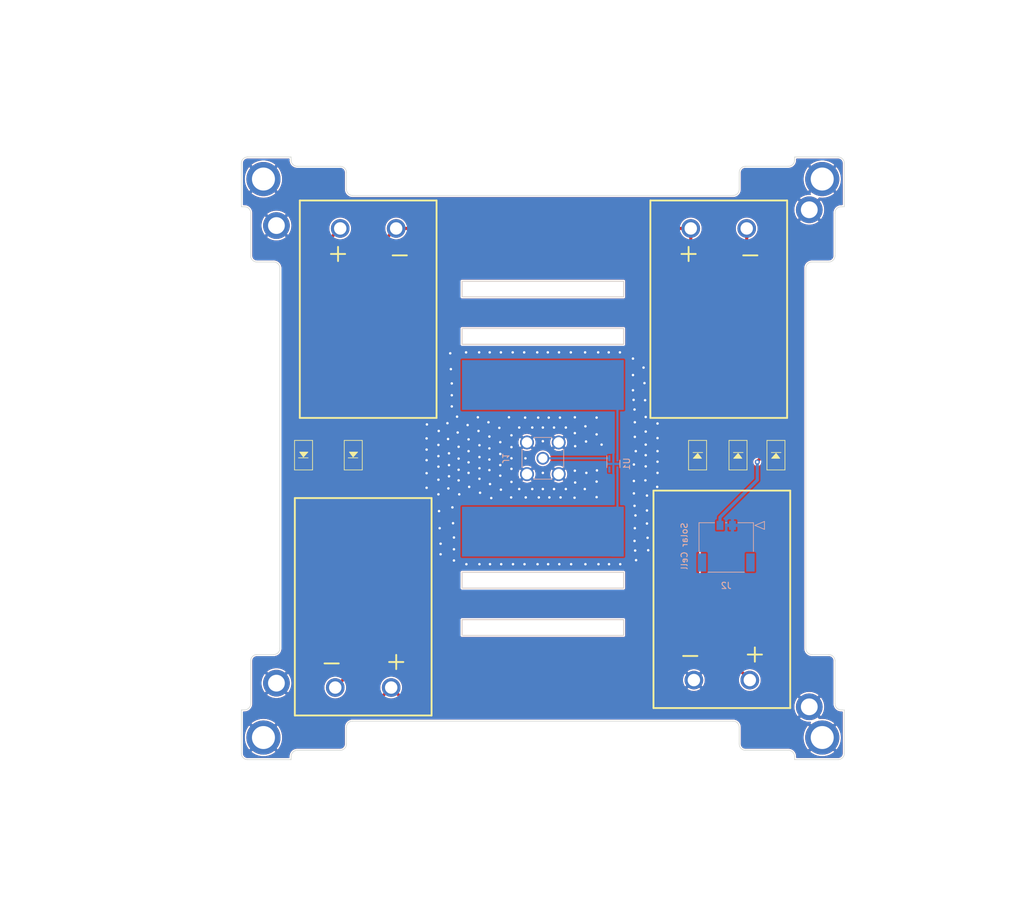
<source format=kicad_pcb>
(kicad_pcb (version 20211014) (generator pcbnew)
  (layers (0 "F.Cu" signal) (31 "B.Cu" signal) (34 "B.Paste" user) (35 "F.Paste" user) (36 "B.SilkS" user "B.Silkscreen") (37 "F.SilkS" user "F.Silkscreen") (38 "B.Mask" user) (39 "F.Mask" user) (44 "Edge.Cuts" user))
  (net 0 "")
  (net 2 "Net-(AE1-Pad1)")
  (net 3 "GND")
  (net 4 "Net-(AE1-Pad2)")
  (net 5 "Net-(J1-Pad1)")
  (net 6 "Net-(D1-Pad1)")
  (net 7 "Net-(D1-Pad2)")
  (net 8 "Net-(D2-Pad2)")
  (net 9 "Net-(D3-Pad2)")
  (net 10 "VSOLAR")
  (footprint "ISP:MountingHole_3.7mm_Pad_Modified" (layer "F.Cu") (at 163.45 143.45)
    (fp_text reference "H4")
    (fp_text value "MountingHole_Pad")
    (pad "1" thru_hole circle (at 0 0) (size 5.5 5.5) (drill 3.7) (layers *.Cu *.Mask) (net 3 "GND"))
  )
  (footprint "ISP:SM101K07TF" (layer "F.Cu") (at 89.1 122.4 -90)
    (fp_text reference "SC1")
    (fp_text value "SM101K07TF")
    (fp_text user "+" (at 8.89 -5.58 90) (layer "F.SilkS") (effects (font (size 3 3) (thickness 0.3))))
    (fp_text user "-" (at 8.89 4.58) (layer "F.SilkS") (effects (font (size 3 3) (thickness 0.3))))
    (fp_line (start -17.5 10.5) (end -17.5 -11.5) (layer "F.SilkS") (width 0.3))
    (fp_line (start 17.5 10.5) (end -17.5 10.5) (layer "F.SilkS") (width 0.3))
    (fp_line (start -17.5 -11.5) (end 17.5 -11.5) (layer "F.SilkS") (width 0.3))
    (fp_line (start 17.5 -11.5) (end 17.5 10.5) (layer "F.SilkS") (width 0.3))
    (pad "1" thru_hole circle (at 13 -5 270) (size 3 3) (drill 2) (layers *.Mask "F.Cu" "In1.Cu" "B.Cu") (net 6 "Net-(D1-Pad1)"))
    (pad "2" thru_hole circle (at 13 4 270) (size 3 3) (drill 2) (layers *.Mask "F.Cu" "In1.Cu" "B.Cu") (net 7 "Net-(D1-Pad2)"))
  )
  (footprint "ISP:SM101K07TF" (layer "F.Cu") (at 90.9 74.5 90)
    (fp_text reference "SC2")
    (fp_text value "SM101K07TF")
    (fp_text user "-" (at 8.89 4.58) (layer "F.SilkS") (effects (font (size 3 3) (thickness 0.3))))
    (fp_text user "+" (at 8.89 -5.58 90) (layer "F.SilkS") (effects (font (size 3 3) (thickness 0.3))))
    (fp_line (start 17.5 -11.5) (end 17.5 10.5) (layer "F.SilkS") (width 0.3))
    (fp_line (start -17.5 10.5) (end -17.5 -11.5) (layer "F.SilkS") (width 0.3))
    (fp_line (start -17.5 -11.5) (end 17.5 -11.5) (layer "F.SilkS") (width 0.3))
    (fp_line (start 17.5 10.5) (end -17.5 10.5) (layer "F.SilkS") (width 0.3))
    (pad "1" thru_hole circle (at 13 -5 90) (size 3 3) (drill 2) (layers *.Mask "F.Cu" "In1.Cu" "B.Cu") (net 7 "Net-(D1-Pad2)"))
    (pad "2" thru_hole circle (at 13 4 90) (size 3 3) (drill 2) (layers *.Mask "F.Cu" "In1.Cu" "B.Cu") (net 8 "Net-(D2-Pad2)"))
  )
  (footprint "ISP:SM101K07TF" (layer "F.Cu") (at 146.8 121.2 -90)
    (fp_text reference "SC4")
    (fp_text value "SM101K07TF")
    (fp_text user "+" (at 8.89 -5.58 90) (layer "F.SilkS") (effects (font (size 3 3) (thickness 0.3))))
    (fp_text user "-" (at 8.89 4.58) (layer "F.SilkS") (effects (font (size 3 3) (thickness 0.3))))
    (fp_line (start 17.5 -11.5) (end 17.5 10.5) (layer "F.SilkS") (width 0.3))
    (fp_line (start -17.5 10.5) (end -17.5 -11.5) (layer "F.SilkS") (width 0.3))
    (fp_line (start 17.5 10.5) (end -17.5 10.5) (layer "F.SilkS") (width 0.3))
    (fp_line (start -17.5 -11.5) (end 17.5 -11.5) (layer "F.SilkS") (width 0.3))
    (pad "1" thru_hole circle (at 13 -5 270) (size 3 3) (drill 2) (layers *.Mask "F.Cu" "In1.Cu" "B.Cu") (net 9 "Net-(D3-Pad2)"))
    (pad "2" thru_hole circle (at 13 4 270) (size 3 3) (drill 2) (layers *.Mask "F.Cu" "In1.Cu" "B.Cu") (net 3 "GND"))
  )
  (footprint "ISP:DO-214AC" (layer "F.Cu") (at 156 98 -90)
    (fp_text reference "D5")
    (fp_text value "CDBA240LL-HF")
    (fp_line (start 2.375 1.45) (end 2.375 -1.45) (layer "F.SilkS") (width 0.12))
    (fp_line (start -2.375 1.45) (end 2.375 1.45) (layer "F.SilkS") (width 0.12))
    (fp_line (start -2.375 -1.45) (end 2.375 -1.45) (layer "F.SilkS") (width 0.12))
    (fp_line (start -0.4318 -0.8128) (end -0.4318 0.7366) (layer "F.SilkS") (width 0.12))
    (fp_line (start -2.375 1.45) (end -2.375 -1.45) (layer "F.SilkS") (width 0.12))
    (fp_poly (pts (xy 0.508 0.7112) (xy -0.3048 -0.0254) (xy 0.508 -0.635)) (layer "F.SilkS") (width 0.1) (fill solid))
    (pad "1" smd rect (at -2 0 270) (size 2.5 1.7) (layers "F.Cu" "F.Paste" "F.Mask") (net 10 "VSOLAR"))
    (pad "2" smd rect (at 2 0 270) (size 2.5 1.7) (layers "F.Cu" "F.Paste" "F.Mask") (net 6 "Net-(D1-Pad1)"))
  )
  (footprint "ISP:DO-214AC" (layer "F.Cu") (at 149.9 98 -90)
    (fp_text reference "D4")
    (fp_text value "CDBA240LL-HF")
    (fp_line (start -0.4318 -0.8128) (end -0.4318 0.7366) (layer "F.SilkS") (width 0.12))
    (fp_line (start -2.375 1.45) (end -2.375 -1.45) (layer "F.SilkS") (width 0.12))
    (fp_line (start 2.375 1.45) (end 2.375 -1.45) (layer "F.SilkS") (width 0.12))
    (fp_line (start -2.375 1.45) (end 2.375 1.45) (layer "F.SilkS") (width 0.12))
    (fp_line (start -2.375 -1.45) (end 2.375 -1.45) (layer "F.SilkS") (width 0.12))
    (fp_poly (pts (xy 0.508 0.7112) (xy -0.3048 -0.0254) (xy 0.508 -0.635)) (layer "F.SilkS") (width 0.1) (fill solid))
    (pad "1" smd rect (at -2 0 270) (size 2.5 1.7) (layers "F.Cu" "F.Paste" "F.Mask") (net 9 "Net-(D3-Pad2)"))
    (pad "2" smd rect (at 2 0 270) (size 2.5 1.7) (layers "F.Cu" "F.Paste" "F.Mask") (net 3 "GND"))
  )
  (footprint "MountingHole:MountingHole_2.7mm_M2.5_DIN965_Pad" (layer "F.Cu") (at 161.364 58.495)
    (fp_text reference "H6")
    (fp_text value "MountingHole_Pad")
    (pad "1" thru_hole circle (at 0 0) (size 4.3 4.3) (drill 2.7) (layers *.Cu *.Mask) (net 3 "GND"))
  )
  (footprint "ISP:DO-214AC" (layer "F.Cu") (at 143.4 98 -90)
    (fp_text reference "D3")
    (fp_text value "CDBA240LL-HF")
    (fp_line (start -2.375 1.45) (end 2.375 1.45) (layer "F.SilkS") (width 0.12))
    (fp_line (start -2.375 1.45) (end -2.375 -1.45) (layer "F.SilkS") (width 0.12))
    (fp_line (start -0.4318 -0.8128) (end -0.4318 0.7366) (layer "F.SilkS") (width 0.12))
    (fp_line (start -2.375 -1.45) (end 2.375 -1.45) (layer "F.SilkS") (width 0.12))
    (fp_line (start 2.375 1.45) (end 2.375 -1.45) (layer "F.SilkS") (width 0.12))
    (fp_poly (pts (xy 0.508 0.7112) (xy -0.3048 -0.0254) (xy 0.508 -0.635)) (layer "F.SilkS") (width 0.1) (fill solid))
    (pad "1" smd rect (at -2 0 270) (size 2.5 1.7) (layers "F.Cu" "F.Paste" "F.Mask") (net 8 "Net-(D2-Pad2)"))
    (pad "2" smd rect (at 2 0 270) (size 2.5 1.7) (layers "F.Cu" "F.Paste" "F.Mask") (net 9 "Net-(D3-Pad2)"))
  )
  (footprint "ISP:DO-214AC" (layer "F.Cu") (at 88 98 90)
    (fp_text reference "D2")
    (fp_text value "CDBA240LL-HF")
    (fp_line (start -2.375 1.45) (end 2.375 1.45) (layer "F.SilkS") (width 0.12))
    (fp_line (start -0.4318 -0.8128) (end -0.4318 0.7366) (layer "F.SilkS") (width 0.12))
    (fp_line (start -2.375 1.45) (end -2.375 -1.45) (layer "F.SilkS") (width 0.12))
    (fp_line (start 2.375 1.45) (end 2.375 -1.45) (layer "F.SilkS") (width 0.12))
    (fp_line (start -2.375 -1.45) (end 2.375 -1.45) (layer "F.SilkS") (width 0.12))
    (fp_poly (pts (xy 0.508 0.7112) (xy -0.3048 -0.0254) (xy 0.508 -0.635)) (layer "F.SilkS") (width 0.1) (fill solid))
    (pad "1" smd rect (at -2 0 90) (size 2.5 1.7) (layers "F.Cu" "F.Paste" "F.Mask") (net 7 "Net-(D1-Pad2)"))
    (pad "2" smd rect (at 2 0 90) (size 2.5 1.7) (layers "F.Cu" "F.Paste" "F.Mask") (net 8 "Net-(D2-Pad2)"))
  )
  (footprint "ISP:MountingHole_3.7mm_Pad_Modified" (layer "F.Cu") (at 73.55 53.55)
    (fp_text reference "H1")
    (fp_text value "MountingHole_Pad")
    (pad "1" thru_hole circle (at 0 0) (size 5.5 5.5) (drill 3.7) (layers *.Cu *.Mask) (net 3 "GND"))
  )
  (footprint "MountingHole:MountingHole_2.7mm_M2.5_DIN965_Pad" (layer "F.Cu") (at 161.364 138.505)
    (fp_text reference "H8")
    (fp_text value "MountingHole_Pad")
    (pad "1" thru_hole circle (at 0 0) (size 4.3 4.3) (drill 2.7) (layers *.Cu *.Mask) (net 3 "GND"))
  )
  (footprint "MountingHole:MountingHole_2.7mm_M2.5_DIN965_Pad" (layer "F.Cu") (at 75.639 134.695)
    (fp_text reference "H7")
    (fp_text value "MountingHole_Pad")
    (pad "1" thru_hole circle (at 0 0) (size 4.3 4.3) (drill 2.7) (layers *.Cu *.Mask) (net 3 "GND"))
  )
  (footprint "MountingHole:MountingHole_2.7mm_M2.5_DIN965_Pad" (layer "F.Cu") (at 75.639 61.035)
    (fp_text reference "H5")
    (fp_text value "MountingHole_Pad")
    (pad "1" thru_hole circle (at 0 0) (size 4.3 4.3) (drill 2.7) (layers *.Cu *.Mask) (net 3 "GND"))
  )
  (footprint "ISP:MountingHole_3.7mm_Pad_Modified" (layer "F.Cu") (at 73.55 143.45)
    (fp_text reference "H3")
    (fp_text value "MountingHole_Pad")
    (pad "1" thru_hole circle (at 0 0) (size 5.5 5.5) (drill 3.7) (layers *.Cu *.Mask) (net 3 "GND"))
  )
  (footprint "ISP:DO-214AC" (layer "F.Cu") (at 80 98 90)
    (fp_text reference "D1")
    (fp_text value "CDBA240LL-HF")
    (fp_line (start -2.375 1.45) (end -2.375 -1.45) (layer "F.SilkS") (width 0.12))
    (fp_line (start -2.375 1.45) (end 2.375 1.45) (layer "F.SilkS") (width 0.12))
    (fp_line (start 2.375 1.45) (end 2.375 -1.45) (layer "F.SilkS") (width 0.12))
    (fp_line (start -2.375 -1.45) (end 2.375 -1.45) (layer "F.SilkS") (width 0.12))
    (fp_line (start -0.4318 -0.8128) (end -0.4318 0.7366) (layer "F.SilkS") (width 0.12))
    (fp_poly (pts (xy 0.508 0.7112) (xy -0.3048 -0.0254) (xy 0.508 -0.635)) (layer "F.SilkS") (width 0.1) (fill solid))
    (pad "1" smd rect (at -2 0 90) (size 2.5 1.7) (layers "F.Cu" "F.Paste" "F.Mask") (net 6 "Net-(D1-Pad1)"))
    (pad "2" smd rect (at 2 0 90) (size 2.5 1.7) (layers "F.Cu" "F.Paste" "F.Mask") (net 7 "Net-(D1-Pad2)"))
  )
  (footprint "ISP:MountingHole_3.7mm_Pad_Modified" (layer "F.Cu") (at 163.45 53.55)
    (fp_text reference "H2")
    (fp_text value "MountingHole_Pad")
    (pad "1" thru_hole circle (at 0 0) (size 5.5 5.5) (drill 3.7) (layers *.Cu *.Mask) (net 3 "GND"))
  )
  (footprint "ISP:SM101K07TF" (layer "F.Cu") (at 147.3 74.5 90)
    (fp_text reference "SC3")
    (fp_text value "SM101K07TF")
    (fp_text user "+" (at 8.89 -5.58 90) (layer "F.SilkS") (effects (font (size 3 3) (thickness 0.3))))
    (fp_text user "-" (at 8.89 4.58) (layer "F.SilkS") (effects (font (size 3 3) (thickness 0.3))))
    (fp_line (start -17.5 10.5) (end -17.5 -11.5) (layer "F.SilkS") (width 0.3))
    (fp_line (start -17.5 -11.5) (end 17.5 -11.5) (layer "F.SilkS") (width 0.3))
    (fp_line (start 17.5 10.5) (end -17.5 10.5) (layer "F.SilkS") (width 0.3))
    (fp_line (start 17.5 -11.5) (end 17.5 10.5) (layer "F.SilkS") (width 0.3))
    (pad "1" thru_hole circle (at 13 -5 90) (size 3 3) (drill 2) (layers *.Mask "F.Cu" "In1.Cu" "B.Cu") (net 8 "Net-(D2-Pad2)"))
    (pad "2" thru_hole circle (at 13 4 90) (size 3 3) (drill 2) (layers *.Mask "F.Cu" "In1.Cu" "B.Cu") (net 9 "Net-(D3-Pad2)"))
  )
  (footprint "ISP:SMA_Connector" (layer "B.Cu") (at 118.5 98.5 90)
    (fp_text reference "J1" (at 0 -6 270 unlocked) (layer "B.SilkS") (effects (justify mirror)))
    (fp_text value "SMA Connector Male")
    (fp_line (start 3.355 1.45) (end 3.355 -1.45) (layer "B.SilkS") (width 0.12))
    (fp_line (start -1.45 3.355) (end 1.45 3.355) (layer "B.SilkS") (width 0.12))
    (fp_line (start -3.355 1.45) (end -3.355 -1.45) (layer "B.SilkS") (width 0.12))
    (fp_line (start -1.45 -3.355) (end 1.45 -3.355) (layer "B.SilkS") (width 0.12))
    (pad "1" thru_hole circle (at 0 0 90) (size 2.05 2.05) (drill 1.5) (layers *.Mask "F.Cu" "In1.Cu" "B.Cu") (net 5 "Net-(J1-Pad1)"))
    (pad "2" thru_hole circle (at 2.55 -2.55 90) (size 2.25 2.25) (drill 1.7) (layers *.Cu *.Mask) (net 3 "GND"))
    (pad "2" thru_hole circle (at -2.55 2.55 90) (size 2.25 2.25) (drill 1.7) (layers *.Cu *.Mask) (net 3 "GND"))
    (pad "2" thru_hole circle (at -2.55 -2.55 90) (size 2.25 2.25) (drill 1.7) (layers *.Cu *.Mask) (net 3 "GND"))
    (pad "2" thru_hole circle (at 2.55 2.55 90) (size 2.25 2.25) (drill 1.7) (layers *.Cu *.Mask) (net 3 "GND"))
  )
  (footprint "ISP:Antenna_Pads" (layer "B.Cu") (at 118.5 98.5 -90)
    (fp_text reference "AE1")
    (fp_text value "Dipole_Antenna")
    (fp_line (start 18.35 -13) (end 20.89 -13) (layer "B.SilkS") (width 0.12))
    (fp_line (start 25.97 13) (end 25.97 -13) (layer "B.SilkS") (width 0.12))
    (fp_line (start -20.89 13) (end -20.89 -13) (layer "B.SilkS") (width 0.12))
    (fp_line (start 20.89 13) (end 20.89 -13) (layer "B.SilkS") (width 0.12))
    (fp_line (start 18.35 13) (end 18.35 -13) (layer "B.SilkS") (width 0.12))
    (fp_line (start -20.89 -13) (end -18.35 -13) (layer "B.SilkS") (width 0.12))
    (fp_line (start -18.35 13) (end -18.35 -13) (layer "B.SilkS") (width 0.12))
    (fp_line (start 25.97 -13) (end 28.51 -13) (layer "B.SilkS") (width 0.12))
    (fp_line (start 28.51 13) (end 28.51 -13) (layer "B.SilkS") (width 0.12))
    (fp_line (start -28.51 -13) (end -25.97 -13) (layer "B.SilkS") (width 0.12))
    (fp_line (start -25.97 13) (end -28.51 13) (layer "B.SilkS") (width 0.12))
    (fp_line (start -18.35 13) (end -20.89 13) (layer "B.SilkS") (width 0.12))
    (fp_line (start -28.51 13) (end -28.51 -13) (layer "B.SilkS") (width 0.12))
    (fp_line (start 20.89 13) (end 18.35 13) (layer "B.SilkS") (width 0.12))
    (fp_line (start -25.97 13) (end -25.97 -13) (layer "B.SilkS") (width 0.12))
    (fp_line (start 28.51 13) (end 26.01 13) (layer "B.SilkS") (width 0.12))
    (pad "1" smd rect (at -11.8 0 270) (size 8 26) (layers "B.Cu" "B.Paste" "B.Mask") (net 2 "Net-(AE1-Pad1)"))
    (pad "1" smd rect (at -11.8 -12 270) (size 8 2) (layers "B.Cu" "B.Paste" "B.Mask") (net 2 "Net-(AE1-Pad1)"))
    (pad "2" smd rect (at 11.8 0 270) (size 8 26) (layers "B.Cu" "B.Paste" "B.Mask") (net 4 "Net-(AE1-Pad2)"))
    (pad "2" smd rect (at 11.8 -12 270) (size 8 2) (layers "B.Cu" "B.Paste" "B.Mask") (net 4 "Net-(AE1-Pad2)"))
  )
  (footprint "ISP:pico_lock_2mm_2circuit" (layer "B.Cu") (at 149 109.3)
    (fp_text reference "J2" (at -0.999998 9.7) (layer "B.SilkS") (effects (justify mirror)))
    (fp_text value "Solar Cell" (at -7.728499 3.35 90) (layer "B.SilkS") (effects (justify mirror)))
    (fp_line (start -1.129961 -0.425) (end -0.87004 -0.425) (layer "B.SilkS") (width 0.12))
    (fp_line (start 3.374992 -0.425) (end 3.374992 4.20496) (layer "B.SilkS") (width 0.12))
    (fp_line (start 3.628992 0) (end 5.152992 0.635) (layer "B.SilkS") (width 0.12))
    (fp_line (start 1.915982 7.525) (end -3.915981 7.525) (layer "B.SilkS") (width 0.12))
    (fp_line (start -5.374991 -0.425) (end -2.870041 -0.425) (layer "B.SilkS") (width 0.12))
    (fp_line (start -5.374991 4.20496) (end -5.374991 -0.425) (layer "B.SilkS") (width 0.12))
    (fp_line (start 5.152992 -0.635) (end 3.628992 0) (layer "B.SilkS") (width 0.12))
    (fp_line (start 5.152992 0.635) (end 5.152992 -0.635) (layer "B.SilkS") (width 0.12))
    (fp_line (start 0.87004 -0.425) (end 3.374992 -0.425) (layer "B.SilkS") (width 0.12))
    (pad "1" smd rect (at 0 0) (size 1.1 1.45) (layers "B.Cu" "B.Paste" "B.Mask") (net 3 "GND"))
    (pad "2" smd rect (at -2.000001 0) (size 1.1 1.45) (layers "B.Cu" "B.Paste" "B.Mask") (net 10 "VSOLAR"))
    (pad "3" smd rect (at 2.894998 5.974999) (size 1.35 2.899999) (layers "B.Cu" "B.Paste" "B.Mask"))
    (pad "4" smd rect (at -4.894997 5.974999) (size 1.35 2.899999) (layers "B.Cu" "B.Paste" "B.Mask"))
  )
  (footprint "RF_Converter:Balun_Johanson_5400BL15B050E" (layer "B.Cu") (at 129.85 99.4 -90)
    (fp_text reference "U1" (at 0 -2.15 90) (layer "B.SilkS") (effects (justify mirror)))
    (fp_text value "HHM1589D1")
    (fp_line (start -1.3 1.05) (end 0.6 1.05) (layer "B.SilkS") (width 0.12))
    (fp_line (start -0.6 -1.05) (end 0.6 -1.05) (layer "B.SilkS") (width 0.12))
    (pad "1" smd rect (at -0.9 0.65 270) (size 1 0.35) (layers "B.Cu" "B.Paste" "B.Mask") (net 5 "Net-(J1-Pad1)") (clearance 0.2))
    (pad "2" smd rect (at -0.9 0 270) (size 1 0.35) (layers "B.Cu" "B.Paste" "B.Mask") (net 3 "GND"))
    (pad "3" smd rect (at -0.9 -0.65 270) (size 1 0.35) (layers "B.Cu" "B.Paste" "B.Mask") (net 2 "Net-(AE1-Pad1)") (clearance 0.2))
    (pad "4" smd rect (at 0.9 -0.65 270) (size 1 0.35) (layers "B.Cu" "B.Paste" "B.Mask") (net 4 "Net-(AE1-Pad2)") (clearance 0.2))
    (pad "5" smd rect (at 0.9 0 270) (size 1 0.35) (layers "B.Cu" "B.Paste" "B.Mask") (net 3 "GND"))
    (pad "6" smd rect (at 0.9 0.65 270) (size 1 0.35) (layers "B.Cu" "B.Paste" "B.Mask") (clearance 0.2))
  )
  (gr_arc (start 76.2 129.1) (mid 75.907107 129.807107) (end 75.2 130.1) (layer "Edge.Cuts") (width 0.1))
  (gr_arc (start 71.5 131.1) (mid 71.792893 130.392893) (end 72.5 130.1) (layer "Edge.Cuts") (width 0.1))
  (gr_arc (start 160.8 67.9) (mid 161.092893 67.192893) (end 161.8 66.9) (layer "Edge.Cuts") (width 0.1))
  (gr_line (start 167 58) (end 167 51) (layer "Edge.Cuts") (width 0.1))
  (gr_line (start 167 58) (end 166.5 58) (layer "Edge.Cuts") (width 0.1))
  (gr_arc (start 87.9 56.2) (mid 87.192893 55.907107) (end 86.9 55.2) (layer "Edge.Cuts") (width 0.1))
  (gr_line (start 159 50) (end 166 50) (layer "Edge.Cuts") (width 0.1))
  (gr_arc (start 166.5 139) (mid 165.792893 138.707107) (end 165.5 138) (layer "Edge.Cuts") (width 0.1))
  (gr_arc (start 71 147) (mid 70.292893 146.707107) (end 70 146) (layer "Edge.Cuts") (width 0.1))
  (gr_line (start 149.1 140.8) (end 87.9 140.8) (layer "Edge.Cuts") (width 0.1))
  (gr_arc (start 167 146) (mid 166.707107 146.707107) (end 166 147) (layer "Edge.Cuts") (width 0.1))
  (gr_arc (start 78 146.5) (mid 78.292893 145.792893) (end 79 145.5) (layer "Edge.Cuts") (width 0.1))
  (gr_arc (start 158 145.5) (mid 158.707107 145.792893) (end 159 146.5) (layer "Edge.Cuts") (width 0.1))
  (gr_line (start 70 139) (end 70 146) (layer "Edge.Cuts") (width 0.1))
  (gr_arc (start 164.5 130.1) (mid 165.207107 130.392893) (end 165.5 131.1) (layer "Edge.Cuts") (width 0.1))
  (gr_line (start 70.5 58) (end 70 58) (layer "Edge.Cuts") (width 0.1))
  (gr_line (start 150.1 141.8) (end 150.1 144.5) (layer "Edge.Cuts") (width 0.1))
  (gr_line (start 87.9 56.2) (end 149.1 56.2) (layer "Edge.Cuts") (width 0.1))
  (gr_arc (start 72.5 66.9) (mid 71.792893 66.607107) (end 71.5 65.9) (layer "Edge.Cuts") (width 0.1))
  (gr_line (start 78 147) (end 71 147) (layer "Edge.Cuts") (width 0.1))
  (gr_line (start 166 147) (end 159 147) (layer "Edge.Cuts") (width 0.1))
  (gr_line (start 166.5 139) (end 167 139) (layer "Edge.Cuts") (width 0.1))
  (gr_arc (start 159 50.5) (mid 158.707107 51.207107) (end 158 51.5) (layer "Edge.Cuts") (width 0.1))
  (gr_line (start 160.8 67.9) (end 160.8 129.1) (layer "Edge.Cuts") (width 0.1))
  (gr_line (start 85.9 145.5) (end 79 145.5) (layer "Edge.Cuts") (width 0.1))
  (gr_rect (start 105.499978 124.471193) (end 131.500022 127.010701) (layer "Edge.Cuts") (width 0.1) (fill none))
  (gr_line (start 75.2 130.1) (end 72.5 130.1) (layer "Edge.Cuts") (width 0.1))
  (gr_line (start 165.5 59) (end 165.5 65.9) (layer "Edge.Cuts") (width 0.1))
  (gr_line (start 150.1 55.2) (end 150.1 52.5) (layer "Edge.Cuts") (width 0.1))
  (gr_arc (start 150.1 55.2) (mid 149.807107 55.907107) (end 149.1 56.2) (layer "Edge.Cuts") (width 0.1))
  (gr_line (start 86.9 141.8) (end 86.9 144.5) (layer "Edge.Cuts") (width 0.1))
  (gr_rect (start 105.5 69.989778) (end 131.499999 72.527384) (layer "Edge.Cuts") (width 0.1) (fill none))
  (gr_line (start 158 145.5) (end 151.1 145.5) (layer "Edge.Cuts") (width 0.1))
  (gr_arc (start 86.9 141.8) (mid 87.192893 141.092893) (end 87.9 140.8) (layer "Edge.Cuts") (width 0.1))
  (gr_rect (start 105.499582 116.850365) (end 131.499626 119.389873) (layer "Edge.Cuts") (width 0.1) (fill none))
  (gr_line (start 75.2 66.9) (end 72.5 66.9) (layer "Edge.Cuts") (width 0.1))
  (gr_rect (start 105.5 80.15) (end 131.50113 77.611303) (layer "Edge.Cuts") (width 0.1) (fill none))
  (gr_arc (start 79 51.5) (mid 78.292893 51.207107) (end 78 50.5) (layer "Edge.Cuts") (width 0.1))
  (gr_line (start 161.8 130.1) (end 164.5 130.1) (layer "Edge.Cuts") (width 0.1))
  (gr_arc (start 166 50) (mid 166.707107 50.292893) (end 167 51) (layer "Edge.Cuts") (width 0.1))
  (gr_line (start 79 51.5) (end 85.9 51.5) (layer "Edge.Cuts") (width 0.1))
  (gr_line (start 71.5 131.1) (end 71.5 138) (layer "Edge.Cuts") (width 0.1))
  (gr_line (start 161.8 66.9) (end 164.5 66.9) (layer "Edge.Cuts") (width 0.1))
  (gr_line (start 159 50) (end 159 50.5) (layer "Edge.Cuts") (width 0.1))
  (gr_arc (start 86.9 144.5) (mid 86.607107 145.207107) (end 85.9 145.5) (layer "Edge.Cuts") (width 0.1))
  (gr_line (start 78 50.5) (end 78 50) (layer "Edge.Cuts") (width 0.1))
  (gr_line (start 70 139) (end 70.5 139) (layer "Edge.Cuts") (width 0.1))
  (gr_arc (start 70.5 58) (mid 71.207107 58.292893) (end 71.5 59) (layer "Edge.Cuts") (width 0.1))
  (gr_arc (start 161.8 130.1) (mid 161.092893 129.807107) (end 160.8 129.1) (layer "Edge.Cuts") (width 0.1))
  (gr_arc (start 165.5 59) (mid 165.792893 58.292893) (end 166.5 58) (layer "Edge.Cuts") (width 0.1))
  (gr_line (start 76.2 129.1) (end 76.2 67.9) (layer "Edge.Cuts") (width 0.1))
  (gr_line (start 86.9 55.2) (end 86.9 52.5) (layer "Edge.Cuts") (width 0.1))
  (gr_line (start 70 51) (end 70 58) (layer "Edge.Cuts") (width 0.1))
  (gr_line (start 158 51.5) (end 151.1 51.5) (layer "Edge.Cuts") (width 0.1))
  (gr_line (start 71.5 59) (end 71.5 65.9) (layer "Edge.Cuts") (width 0.1))
  (gr_arc (start 85.9 51.5) (mid 86.607107 51.792893) (end 86.9 52.5) (layer "Edge.Cuts") (width 0.1))
  (gr_arc (start 165.5 65.9) (mid 165.207107 66.607107) (end 164.5 66.9) (layer "Edge.Cuts") (width 0.1))
  (gr_arc (start 149.1 140.8) (mid 149.807107 141.092893) (end 150.1 141.8) (layer "Edge.Cuts") (width 0.1))
  (gr_line (start 159 146.5) (end 159 147) (layer "Edge.Cuts") (width 0.1))
  (gr_arc (start 71.5 138) (mid 71.207107 138.707107) (end 70.5 139) (layer "Edge.Cuts") (width 0.1))
  (gr_arc (start 151.1 145.5) (mid 150.392893 145.207107) (end 150.1 144.5) (layer "Edge.Cuts") (width 0.1))
  (gr_arc (start 150.1 52.5) (mid 150.392893 51.792893) (end 151.1 51.5) (layer "Edge.Cuts") (width 0.1))
  (gr_line (start 165.5 131.1) (end 165.5 138) (layer "Edge.Cuts") (width 0.1))
  (gr_arc (start 70 51) (mid 70.292893 50.292893) (end 71 50) (layer "Edge.Cuts") (width 0.1))
  (gr_line (start 78 50) (end 71 50) (layer "Edge.Cuts") (width 0.1))
  (gr_line (start 167 139) (end 167 146) (layer "Edge.Cuts") (width 0.1))
  (gr_arc (start 75.2 66.9) (mid 75.907107 67.192893) (end 76.2 67.9) (layer "Edge.Cuts") (width 0.1))
  (gr_line (start 78 147) (end 78 146.5) (layer "Edge.Cuts") (width 0.1))
  (segment (start 130.5 86.7) (end 130.5 98.5) (width 0.35) (layer "B.Cu") (net 2))
  (via (at 136.95 95.25) (size 0.8) (drill 0.4) (layers "F.Cu" "B.Cu") (net 3))
  (via (at 127.95 96.3) (size 0.8) (drill 0.4) (layers "F.Cu" "B.Cu") (net 3))
  (via (at 127.15 91.95) (size 0.8) (drill 0.4) (layers "F.Cu" "B.Cu") (net 3))
  (via (at 119.3 81.45) (size 0.8) (drill 0.4) (layers "F.Cu" "B.Cu") (net 3))
  (via (at 104.05 108.95) (size 0.8) (drill 0.4) (layers "F.Cu" "B.Cu") (net 3))
  (via (at 133.15 102.15) (size 0.8) (drill 0.4) (layers "F.Cu" "B.Cu") (net 3))
  (via (at 129.1 81.45) (size 0.8) (drill 0.4) (layers "F.Cu" "B.Cu") (net 3))
  (via (at 125.35 93.35) (size 0.8) (drill 0.4) (layers "F.Cu" "B.Cu") (net 3))
  (via (at 133.3 95.05) (size 0.8) (drill 0.4) (layers "F.Cu" "B.Cu") (net 3))
  (via (at 102.05 113.95) (size 0.8) (drill 0.4) (layers "F.Cu" "B.Cu") (net 3))
  (via (at 101.7 104.3) (size 0.8) (drill 0.4) (layers "F.Cu" "B.Cu") (net 3))
  (via (at 127.2 100.45) (size 0.8) (drill 0.4) (layers "F.Cu" "B.Cu") (net 3))
  (via (at 111.65 99.6) (size 0.8) (drill 0.4) (layers "F.Cu" "B.Cu") (net 3))
  (via (at 123.65 100.5) (size 0.8) (drill 0.4) (layers "F.Cu" "B.Cu") (net 3))
  (via (at 133.45 97.35) (size 0.8) (drill 0.4) (layers "F.Cu" "B.Cu") (net 3))
  (via (at 110 115.55) (size 0.8) (drill 0.4) (layers "F.Cu" "B.Cu") (net 3))
  (via (at 135.25 106.9) (size 0.8) (drill 0.4) (layers "F.Cu" "B.Cu") (net 3))
  (via (at 115.65 91.95) (size 0.8) (drill 0.4) (layers "F.Cu" "B.Cu") (net 3))
  (via (at 113.7 115.55) (size 0.8) (drill 0.4) (layers "F.Cu" "B.Cu") (net 3))
  (via (at 104.95 100.35) (size 0.8) (drill 0.4) (layers "F.Cu" "B.Cu") (net 3))
  (via (at 104.95 96.65) (size 0.8) (drill 0.4) (layers "F.Cu" "B.Cu") (net 3))
  (via (at 104.2 114.95) (size 0.8) (drill 0.4) (layers "F.Cu" "B.Cu") (net 3))
  (via (at 108.05 91.9) (size 0.8) (drill 0.4) (layers "F.Cu" "B.Cu") (net 3))
  (via (at 108.3 98.3) (size 0.8) (drill 0.4) (layers "F.Cu" "B.Cu") (net 3))
  (via (at 103.85 86.45) (size 0.8) (drill 0.4) (layers "F.Cu" "B.Cu") (net 3))
  (via (at 120.3 93.55) (size 0.8) (drill 0.4) (layers "F.Cu" "B.Cu") (net 3))
  (via (at 113.45 102.3) (size 0.8) (drill 0.4) (layers "F.Cu" "B.Cu") (net 3))
  (via (at 113.45 98.5) (size 0.8) (drill 0.4) (layers "F.Cu" "B.Cu") (net 3))
  (via (at 108.3 101.8) (size 0.8) (drill 0.4) (layers "F.Cu" "B.Cu") (net 3))
  (via (at 103.95 106.4) (size 0.8) (drill 0.4) (layers "F.Cu" "B.Cu") (net 3))
  (via (at 133.3 109.75) (size 0.8) (drill 0.4) (layers "F.Cu" "B.Cu") (net 3))
  (via (at 133.35 113.35) (size 0.8) (drill 0.4) (layers "F.Cu" "B.Cu") (net 3))
  (via (at 119.45 91.95) (size 0.8) (drill 0.4) (layers "F.Cu" "B.Cu") (net 3))
  (via (at 127.45 115.55) (size 0.8) (drill 0.4) (layers "F.Cu" "B.Cu") (net 3))
  (via (at 121.15 115.55) (size 0.8) (drill 0.4) (layers "F.Cu" "B.Cu") (net 3))
  (via (at 117.75 91.95) (size 0.8) (drill 0.4) (layers "F.Cu" "B.Cu") (net 3))
  (via (at 108.15 94.1) (size 0.8) (drill 0.4) (layers "F.Cu" "B.Cu") (net 3))
  (via (at 133 87.55) (size 0.8) (drill 0.4) (layers "F.Cu" "B.Cu") (net 3))
  (via (at 136.9 103.1) (size 0.8) (drill 0.4) (layers "F.Cu" "B.Cu") (net 3))
  (via (at 108.4 104.05) (size 0.8) (drill 0.4) (layers "F.Cu" "B.Cu") (net 3))
  (via (at 106.65 103.1) (size 0.8) (drill 0.4) (layers "F.Cu" "B.Cu") (net 3))
  (via (at 114.7 103.45) (size 0.8) (drill 0.4) (layers "F.Cu" "B.Cu") (net 3))
  (via (at 104.8 94.35) (size 0.8) (drill 0.4) (layers "F.Cu" "B.Cu") (net 3))
  (via (at 117.65 115.55) (size 0.8) (drill 0.4) (layers "F.Cu" "B.Cu") (net 3))
  (via (at 123.7 96.55) (size 0.8) (drill 0.4) (layers "F.Cu" "B.Cu") (net 3))
  (via (at 104.95 102.05) (size 0.8) (drill 0.4) (layers "F.Cu" "B.Cu") (net 3))
  (via (at 99.8 103.25) (size 0.8) (drill 0.4) (layers "F.Cu" "B.Cu") (net 3))
  (via (at 103.4 101.4) (size 0.8) (drill 0.4) (layers "F.Cu" "B.Cu") (net 3))
  (via (at 111.5 93.6) (size 0.8) (drill 0.4) (layers "F.Cu" "B.Cu") (net 3))
  (via (at 125.35 115.55) (size 0.8) (drill 0.4) (layers "F.Cu" "B.Cu") (net 3))
  (via (at 133.25 111.8) (size 0.8) (drill 0.4) (layers "F.Cu" "B.Cu") (net 3))
  (via (at 101.7 96.35) (size 0.8) (drill 0.4) (layers "F.Cu" "B.Cu") (net 3))
  (via (at 135.45 113.3) (size 0.8) (drill 0.4) (layers "F.Cu" "B.Cu") (net 3))
  (via (at 109.9 95) (size 0.8) (drill 0.4) (layers "F.Cu" "B.Cu") (net 3))
  (via (at 104.2 113.15) (size 0.8) (drill 0.4) (layers "F.Cu" "B.Cu") (net 3))
  (via (at 108.3 115.55) (size 0.8) (drill 0.4) (layers "F.Cu" "B.Cu") (net 3))
  (via (at 103.6 81.6) (size 0.8) (drill 0.4) (layers "F.Cu" "B.Cu") (net 3))
  (via (at 99.85 93.05) (size 0.8) (drill 0.4) (layers "F.Cu" "B.Cu") (net 3))
  (via (at 125.25 103.45) (size 0.8) (drill 0.4) (layers "F.Cu" "B.Cu") (net 3))
  (via (at 123.65 94.45) (size 0.8) (drill 0.4) (layers "F.Cu" "B.Cu") (net 3))
  (via (at 130.95 115.55) (size 0.8) (drill 0.4) (layers "F.Cu" "B.Cu") (net 3))
  (via (at 106.2 115.55) (size 0.8) (drill 0.4) (layers "F.Cu" "B.Cu") (net 3))
  (via (at 118.5 93.55) (size 0.8) (drill 0.4) (layers "F.Cu" "B.Cu") (net 3))
  (via (at 102.05 112.25) (size 0.8) (drill 0.4) (layers "F.Cu" "B.Cu") (net 3))
  (via (at 108.3 96.4) (size 0.8) (drill 0.4) (layers "F.Cu" "B.Cu") (net 3))
  (via (at 136.95 92.9) (size 0.8) (drill 0.4) (layers "F.Cu" "B.Cu") (net 3))
  (via (at 104.95 98.55) (size 0.8) (drill 0.4) (layers "F.Cu" "B.Cu") (net 3))
  (via (at 114.7 93.55) (size 0.8) (drill 0.4) (layers "F.Cu" "B.Cu") (net 3))
  (via (at 135.05 94.2) (size 0.8) (drill 0.4) (layers "F.Cu" "B.Cu") (net 3))
  (via (at 118.5 95.75) (size 0.8) (drill 0.4) (layers "F.Cu" "B.Cu") (net 3))
  (via (at 121.1 81.45) (size 0.8) (drill 0.4) (layers "F.Cu" "B.Cu") (net 3))
  (via (at 135.25 109) (size 0.8) (drill 0.4) (layers "F.Cu" "B.Cu") (net 3))
  (via (at 104.7 91.8) (size 0.8) (drill 0.4) (layers "F.Cu" "B.Cu") (net 3))
  (via (at 109.95 81.45) (size 0.8) (drill 0.4) (layers "F.Cu" "B.Cu") (net 3))
  (via (at 110 102.65) (size 0.8) (drill 0.4) (layers "F.Cu" "B.Cu") (net 3))
  (via (at 109.9 96.9) (size 0.8) (drill 0.4) (layers "F.Cu" "B.Cu") (net 3))
  (via (at 123.7 102.4) (size 0.8) (drill 0.4) (layers "F.Cu" "B.Cu") (net 3))
  (via (at 123.6 104.85) (size 0.8) (drill 0.4) (layers "F.Cu" "B.Cu") (net 3))
  (via (at 109.75 92.7) (size 0.8) (drill 0.4) (layers "F.Cu" "B.Cu") (net 3))
  (via (at 133.3 92.7) (size 0.8) (drill 0.4) (layers "F.Cu" "B.Cu") (net 3))
  (via (at 111.75 81.45) (size 0.8) (drill 0.4) (layers "F.Cu" "B.Cu") (net 3))
  (via (at 111.75 103.55) (size 0.8) (drill 0.4) (layers "F.Cu" "B.Cu") (net 3))
  (via (at 113.05 91.9) (size 0.8) (drill 0.4) (layers "F.Cu" "B.Cu") (net 3))
  (via (at 104.2 111.25) (size 0.8) (drill 0.4) (layers "F.Cu" "B.Cu") (net 3))
  (via (at 115.75 104.8) (size 0.8) (drill 0.4) (layers "F.Cu" "B.Cu") (net 3))
  (via (at 120.3 103.45) (size 0.8) (drill 0.4) (layers "F.Cu" "B.Cu") (net 3))
  (via (at 113.4 104.8) (size 0.8) (drill 0.4) (layers "F.Cu" "B.Cu") (net 3))
  (via (at 133.15 104.15) (size 0.8) (drill 0.4) (layers "F.Cu" "B.Cu") (net 3))
  (via (at 106.15 81.45) (size 0.8) (drill 0.4) (layers "F.Cu" "B.Cu") (net 3))
  (via (at 106.55 95.45) (size 0.8) (drill 0.4) (layers "F.Cu" "B.Cu") (net 3))
  (via (at 106.55 97.35) (size 0.8) (drill 0.4) (layers "F.Cu" "B.Cu") (net 3))
  (via (at 113.45 100.2) (size 0.8) (drill 0.4) (layers "F.Cu" "B.Cu") (net 3))
  (via (at 134.85 86.4) (size 0.8) (drill 0.4) (layers "F.Cu" "B.Cu") (net 3))
  (via (at 127.15 102.25) (size 0.8) (drill 0.4) (layers "F.Cu" "B.Cu") (net 3))
  (via (at 103.25 95.4) (size 0.8) (drill 0.4) (layers "F.Cu" "B.Cu") (net 3))
  (via (at 133.4 107.7) (size 0.8) (drill 0.4) (layers "F.Cu" "B.Cu") (net 3))
  (via (at 135.05 99.8) (size 0.8) (drill 0.4) (layers "F.Cu" "B.Cu") (net 3))
  (via (at 101.75 94.1) (size 0.8) (drill 0.4) (layers "F.Cu" "B.Cu") (net 3))
  (via (at 136.95 99.05) (size 0.8) (drill 0.4) (layers "F.Cu" "B.Cu") (net 3))
  (via (at 133.25 90.65) (size 0.8) (drill 0.4) (layers "F.Cu" "B.Cu") (net 3))
  (via (at 135 102.05) (size 0.8) (drill 0.4) (layers "F.Cu" "B.Cu") (net 3))
  (via (at 127.15 94.65) (size 0.8) (drill 0.4) (layers "F.Cu" "B.Cu") (net 3))
  (via (at 109.9 98.7) (size 0.8) (drill 0.4) (layers "F.Cu" "B.Cu") (net 3))
  (via (at 113.45 96.7) (size 0.8) (drill 0.4) (layers "F.Cu" "B.Cu") (net 3))
  (via (at 108.25 81.45) (size 0.8) (drill 0.4) (layers "F.Cu" "B.Cu") (net 3))
  (via (at 136.95 100.85) (size 0.8) (drill 0.4) (layers "F.Cu" "B.Cu") (net 3))
  (via (at 103.3 103.35) (size 0.8) (drill 0.4) (layers "F.Cu" "B.Cu") (net 3))
  (via (at 113.45 94.8) (size 0.8) (drill 0.4) (layers "F.Cu" "B.Cu") (net 3))
  (via (at 121.35 104.8) (size 0.8) (drill 0.4) (layers "F.Cu" "B.Cu") (net 3))
  (via (at 111.65 101.3) (size 0.8) (drill 0.4) (layers "F.Cu" "B.Cu") (net 3))
  (via (at 135.05 96.3) (size 0.8) (drill 0.4) (layers "F.Cu" "B.Cu") (net 3))
  (via (at 106.55 100.85) (size 0.8) (drill 0.4) (layers "F.Cu" "B.Cu") (net 3))
  (via (at 111.8 115.55) (size 0.8) (drill 0.4) (layers "F.Cu" "B.Cu") (net 3))
  (via (at 125.45 95.8) (size 0.8) (drill 0.4) (layers "F.Cu" "B.Cu") (net 3))
  (via (at 123 81.45) (size 0.8) (drill 0.4) (layers "F.Cu" "B.Cu") (net 3))
  (via (at 113.65 81.45) (size 0.8) (drill 0.4) (layers "F.Cu" "B.Cu") (net 3))
  (via (at 122.2 103.45) (size 0.8) (drill 0.4) (layers "F.Cu" "B.Cu") (net 3))
  (via (at 105.05 104.3) (size 0.8) (drill 0.4) (layers "F.Cu" "B.Cu") (net 3))
  (via (at 116.8 103.45) (size 0.8) (drill 0.4) (layers "F.Cu" "B.Cu") (net 3))
  (via (at 119.35 115.55) (size 0.8) (drill 0.4) (layers "F.Cu" "B.Cu") (net 3))
  (via (at 106.55 99.15) (size 0.8) (drill 0.4) (layers "F.Cu" "B.Cu") (net 3))
  (via (at 135.35 111.3) (size 0.8) (drill 0.4) (layers "F.Cu" "B.Cu") (net 3))
  (via (at 119.55 104.8) (size 0.8) (drill 0.4) (layers "F.Cu" "B.Cu") (net 3))
  (via (at 118.5 100.85) (size 0.8) (drill 0.4) (layers "F.Cu" "B.Cu") (net 3))
  (via (at 101.8 107) (size 0.8) (drill 0.4) (layers "F.Cu" "B.Cu") (net 3))
  (via (at 130.9 81.45) (size 0.8) (drill 0.4) (layers "F.Cu" "B.Cu") (net 3))
  (via (at 99.8 98.8) (size 0.8) (drill 0.4) (layers "F.Cu" "B.Cu") (net 3))
  (via (at 101.9 109.75) (size 0.8) (drill 0.4) (layers "F.Cu" "B.Cu") (net 3))
  (via (at 99.8 95.3) (size 0.8) (drill 0.4) (layers "F.Cu" "B.Cu") (net 3))
  (via (at 134.7 83.9) (size 0.8) (drill 0.4) (layers "F.Cu" "B.Cu") (net 3))
  (via (at 136.95 97.35) (size 0.8) (drill 0.4) (layers "F.Cu" "B.Cu") (net 3))
  (via (at 133.5 114.9) (size 0.8) (drill 0.4) (layers "F.Cu" "B.Cu") (net 3))
  (via (at 111.65 95.9) (size 0.8) (drill 0.4) (layers "F.Cu" "B.Cu") (net 3))
  (via (at 123.65 91.9) (size 0.8) (drill 0.4) (layers "F.Cu" "B.Cu") (net 3))
  (via (at 133.1 89.1) (size 0.8) (drill 0.4) (layers "F.Cu" "B.Cu") (net 3))
  (via (at 103.85 90.15) (size 0.8) (drill 0.4) (layers "F.Cu" "B.Cu") (net 3))
  (via (at 103.4 99.6) (size 0.8) (drill 0.4) (layers "F.Cu" "B.Cu") (net 3))
  (via (at 133 82.45) (size 0.8) (drill 0.4) (layers "F.Cu" "B.Cu") (net 3))
  (via (at 108.3 100.1) (size 0.8) (drill 0.4) (layers "F.Cu" "B.Cu") (net 3))
  (via (at 109.9 100.4) (size 0.8) (drill 0.4) (layers "F.Cu" "B.Cu") (net 3))
  (via (at 103.85 88.35) (size 0.8) (drill 0.4) (layers "F.Cu" "B.Cu") (net 3))
  (via (at 127.15 104.75) (size 0.8) (drill 0.4) (layers "F.Cu" "B.Cu") (net 3))
  (via (at 135.05 98) (size 0.8) (drill 0.4) (layers "F.Cu" "B.Cu") (net 3))
  (via (at 127.4 81.45) (size 0.8) (drill 0.4) (layers "F.Cu" "B.Cu") (net 3))
  (via (at 103.7 84.15) (size 0.8) (drill 0.4) (layers "F.Cu" "B.Cu") (net 3))
  (via (at 99.8 97.1) (size 0.8) (drill 0.4) (layers "F.Cu" "B.Cu") (net 3))
  (via (at 101.7 99.85) (size 0.8) (drill 0.4) (layers "F.Cu" "B.Cu") (net 3))
  (via (at 101.7 98.15) (size 0.8) (drill 0.4) (layers "F.Cu" "B.Cu") (net 3))
  (via (at 115.5 81.45) (size 0.8) (drill 0.4) (layers "F.Cu" "B.Cu") (net 3))
  (via (at 99.8 100.9) (size 0.8) (drill 0.4) (layers "F.Cu" "B.Cu") (net 3))
  (via (at 101.7 101.95) (size 0.8) (drill 0.4) (layers "F.Cu" "B.Cu") (net 3))
  (via (at 115.7 98.5) (size 0.8) (drill 0.4) (layers "F.Cu" "B.Cu") (net 3))
  (via (at 134.95 89.15) (size 0.8) (drill 0.4) (layers "F.Cu" "B.Cu") (net 3))
  (via (at 125.5 100.85) (size 0.8) (drill 0.4) (layers "F.Cu" "B.Cu") (net 3))
  (via (at 106.4 93.15) (size 0.8) (drill 0.4) (layers "F.Cu" "B.Cu") (net 3))
  (via (at 133.15 99.5) (size 0.8) (drill 0.4) (layers "F.Cu" "B.Cu") (net 3))
  (via (at 103.15 92.85) (size 0.8) (drill 0.4) (layers "F.Cu" "B.Cu") (net 3))
  (via (at 133 85.1) (size 0.8) (drill 0.4) (layers "F.Cu" "B.Cu") (net 3))
  (via (at 129.15 115.55) (size 0.8) (drill 0.4) (layers "F.Cu" "B.Cu") (net 3))
  (via (at 117.6 81.45) (size 0.8) (drill 0.4) (layers "F.Cu" "B.Cu") (net 3))
  (via (at 118.5 103.45) (size 0.8) (drill 0.4) (layers "F.Cu" "B.Cu") (net 3))
  (via (at 116.8 93.55) (size 0.8) (drill 0.4) (layers "F.Cu" "B.Cu") (net 3))
  (via (at 103.4 97.7) (size 0.8) (drill 0.4) (layers "F.Cu" "B.Cu") (net 3))
  (via (at 117.85 104.8) (size 0.8) (drill 0.4) (layers "F.Cu" "B.Cu") (net 3))
  (via (at 133.25 106.15) (size 0.8) (drill 0.4) (layers "F.Cu" "B.Cu") (net 3))
  (via (at 125.3 81.45) (size 0.8) (drill 0.4) (layers "F.Cu" "B.Cu") (net 3))
  (via (at 122.2 93.55) (size 0.8) (drill 0.4) (layers "F.Cu" "B.Cu") (net 3))
  (via (at 110.2 104.9) (size 0.8) (drill 0.4) (layers "F.Cu" "B.Cu") (net 3))
  (via (at 123.05 115.55) (size 0.8) (drill 0.4) (layers "F.Cu" "B.Cu") (net 3))
  (via (at 115.55 115.55) (size 0.8) (drill 0.4) (layers "F.Cu" "B.Cu") (net 3))
  (via (at 111.65 97.8) (size 0.8) (drill 0.4) (layers "F.Cu" "B.Cu") (net 3))
  (via (at 135.25 104.5) (size 0.8) (drill 0.4) (layers "F.Cu" "B.Cu") (net 3))
  (via (at 135.05 91.85) (size 0.8) (drill 0.4) (layers "F.Cu" "B.Cu") (net 3))
  (via (at 121.25 91.95) (size 0.8) (drill 0.4) (layers "F.Cu" "B.Cu") (net 3))
  (segment (start 130.5 100.3) (end 130.5 110.3) (width 0.35) (layer "B.Cu") (net 4))
  (segment (start 129.2 98.5) (end 118.5 98.5) (width 0.35) (layer "B.Cu") (net 5))
  (segment (start 84 138.7) (end 90.8 138.7) (width 0.5) (layer "F.Cu") (net 6))
  (segment (start 80 134.7) (end 84 138.7) (width 0.5) (layer "F.Cu") (net 6))
  (segment (start 153.4 138.5) (end 156 135.9) (width 0.5) (layer "F.Cu") (net 6))
  (segment (start 156 135.9) (end 156 100) (width 0.5) (layer "F.Cu") (net 6))
  (segment (start 90.8 138.7) (end 94.1 135.4) (width 0.5) (layer "F.Cu") (net 6))
  (segment (start 97.2 138.5) (end 153.4 138.5) (width 0.5) (layer "F.Cu") (net 6))
  (segment (start 80 100) (end 80 134.7) (width 0.5) (layer "F.Cu") (net 6))
  (segment (start 94.1 135.4) (end 97.2 138.5) (width 0.5) (layer "F.Cu") (net 6))
  (segment (start 88 132.5) (end 85.1 135.4) (width 0.5) (layer "F.Cu") (net 7))
  (segment (start 88 100) (end 88 132.5) (width 0.5) (layer "F.Cu") (net 7))
  (segment (start 84 100) (end 88 100) (width 0.5) (layer "F.Cu") (net 7))
  (segment (start 85.9 61.5) (end 80 67.4) (width 0.5) (layer "F.Cu") (net 7))
  (segment (start 80 67.4) (end 80 96) (width 0.5) (layer "F.Cu") (net 7))
  (segment (start 80 96) (end 84 100) (width 0.5) (layer "F.Cu") (net 7))
  (segment (start 88 68.4) (end 94.9 61.5) (width 0.5) (layer "F.Cu") (net 8))
  (segment (start 88 96) (end 88 68.4) (width 0.5) (layer "F.Cu") (net 8))
  (segment (start 142.3 61.5) (end 142.3 94.9) (width 0.5) (layer "F.Cu") (net 8))
  (segment (start 94.9 61.5) (end 142.3 61.5) (width 0.5) (layer "F.Cu") (net 8))
  (segment (start 142.3 94.9) (end 143.4 96) (width 0.5) (layer "F.Cu") (net 8))
  (segment (start 143.4 100) (end 143.4 125.8) (width 0.5) (layer "F.Cu") (net 9))
  (segment (start 147.4 96) (end 143.4 100) (width 0.5) (layer "F.Cu") (net 9))
  (segment (start 143.4 125.8) (end 151.8 134.2) (width 0.5) (layer "F.Cu") (net 9))
  (segment (start 151.3 94.6) (end 149.9 96) (width 0.5) (layer "F.Cu") (net 9))
  (segment (start 149.9 96) (end 147.4 96) (width 0.5) (layer "F.Cu") (net 9))
  (segment (start 151.3 61.5) (end 151.3 94.6) (width 0.5) (layer "F.Cu") (net 9))
  (segment (start 153 99.1) (end 153 99) (width 0.5) (layer "F.Cu") (net 10))
  (segment (start 153 99) (end 156 96) (width 0.5) (layer "F.Cu") (net 10))
  (via (at 153 99.1) (size 0.8) (drill 0.4) (layers "F.Cu" "B.Cu") (net 10))
  (segment (start 146.999999 109.3) (end 146.999999 108.000001) (width 0.5) (layer "B.Cu") (net 10))
  (segment (start 146.999999 108.000001) (end 153 102) (width 0.5) (layer "B.Cu") (net 10))
  (segment (start 153 102) (end 153 99.1) (width 0.5) (layer "B.Cu") (net 10))
  (zone (net 3) (net_name "GND") (layers F&B.Cu) (connect_pads (clearance 0.254)) (min_thickness 0.2032) (fill yes (thermal_gap 0.254) (thermal_bridge_width 0.508))
    (polygon (pts (xy 168.8 47) (xy 168.8 150.05) (xy 67.7 150.05) (xy 67.7 46.85)))
  )
)
</source>
